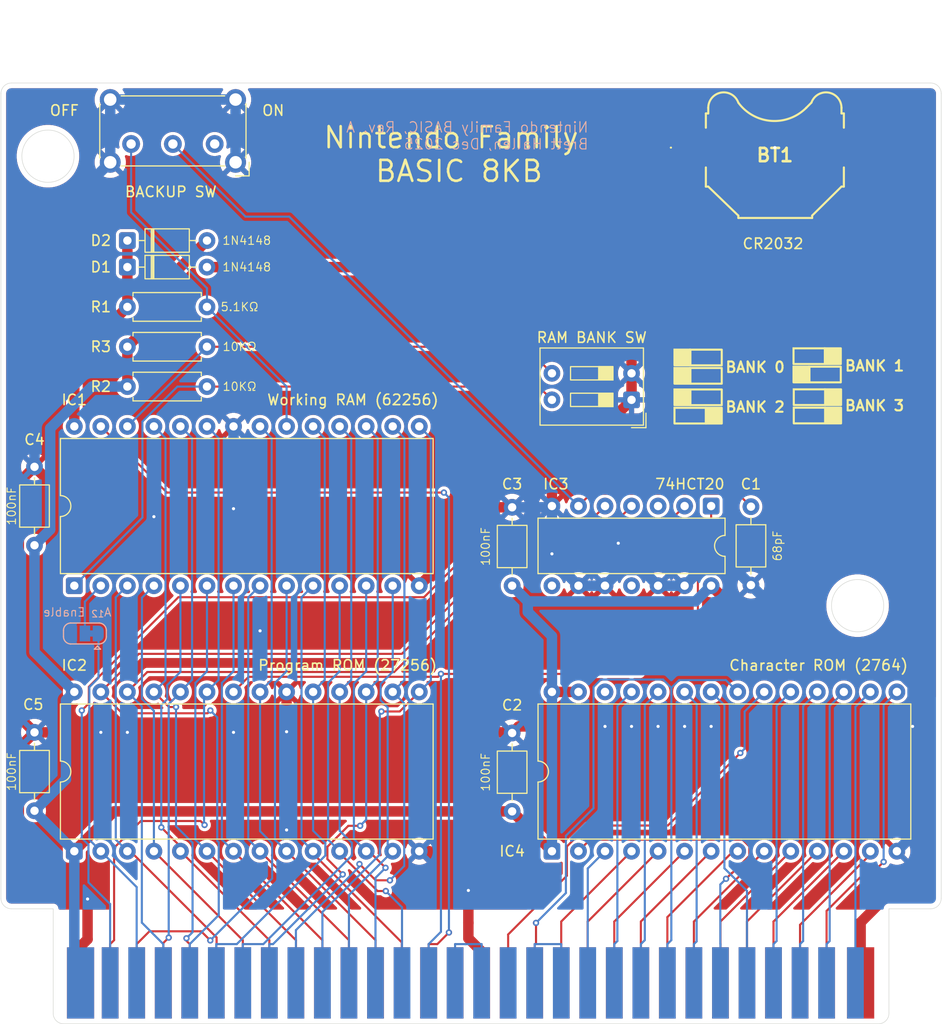
<source format=kicad_pcb>
(kicad_pcb (version 20241229) (generator "pcbnew") (generator_version "9.0")
  (title_block (title "Nintendo Famicom Family BASIC 8KB") (date "31/DEC/2025") (rev "A") (company "Brett Hallen"))
  (layers (0 "F.Cu" signal) (2 "B.Cu" signal) (13 "F.Paste" user) (15 "B.Paste" user) (5 "F.SilkS" user "F.Silkscreen") (7 "B.SilkS" user "B.Silkscreen") (1 "F.Mask" user) (3 "B.Mask" user) (25 "Edge.Cuts" user))
  (net 0 "")
  (net 1 "Net-(BT1-+)")
  (net 2 "/GND")
  (net 3 "/~{ROMSEL}")
  (net 4 "Net-(H1-cAUDIO)")
  (net 5 "Net-(H1-p~{A13})")
  (net 6 "Net-(SW1-B)")
  (net 7 "/V_{CC}")
  (net 8 "/PA_{4}")
  (net 9 "/PA_{12}")
  (net 10 "/D_{4}")
  (net 11 "/PA_{7}")
  (net 12 "/D_{5}")
  (net 13 "/A_{1}")
  (net 14 "/~{RD}")
  (net 15 "/A_{13}")
  (net 16 "/PA_{0}")
  (net 17 "/PA_{3}")
  (net 18 "/PD_{6}")
  (net 21 "/PD_{5}")
  (net 22 "/D_{1}")
  (net 23 "/D_{2}")
  (net 24 "/D_{7}")
  (net 25 "/PA_{10}")
  (net 26 "/PA_{1}")
  (net 27 "/A_{11}")
  (net 28 "/PD_{1}")
  (net 29 "/A_{3}")
  (net 30 "/A_{0}")
  (net 31 "/PA_{8}")
  (net 32 "/PA_{5}")
  (net 33 "/A_{2}")
  (net 34 "/PA_{9}")
  (net 35 "/A_{7}")
  (net 36 "/D_{0}")
  (net 37 "/D_{3}")
  (net 38 "/A_{14}")
  (net 39 "/PA_{13}")
  (net 40 "/PA_{2}")
  (net 41 "/A_{9}")
  (net 42 "/PD_{7}")
  (net 43 "/O2")
  (net 44 "/A_{5}")
  (net 45 "/PD_{3}")
  (net 46 "/A_{8}")
  (net 47 "/A_{4}")
  (net 48 "/A_{12}")
  (net 49 "/PD_{2}")
  (net 50 "/A_{6}")
  (net 51 "/PA_{6}")
  (net 52 "/PA_{11}")
  (net 53 "/PD_{4}")
  (net 54 "/D_{6}")
  (net 55 "/PD_{0}")
  (net 56 "/A_{10}")
  (net 57 "/RAMV_{CC}")
  (net 58 "/RAM_{~{CS}}")
  (net 59 "/A_{13}SW")
  (net 60 "/A_{12}EN")
  (net 61 "/R{slash}~{W}")
  (net 65 "/A_{14}SW")
  (footprint "Diode_THT:D_DO-35_SOD27_P7.62mm_Horizontal" (layer "F.Cu") (at 70.204 75.0722)
    (property "Reference" "D1")
    (property "Value" "1N4148")
  )
  (footprint "Button_Switch_THT:SW_DIP_SPSTx02_Slide_9.78x7.26mm_W7.62mm_P2.54mm" (layer "F.Cu") (at 118.464 87.7722 180)
    (property "Reference" "SW2" (hide yes))
    (property "Value" "RAM BANK SW")
  )
  (footprint "Clueless_Engineer:3000" (layer "F.Cu") (at 132.184 64.3642)
    (property "Reference" "BT1")
    (property "Value" "3V" (hide yes))
  )
  (footprint "Capacitor_THT:C_Axial_L3.8mm_D2.6mm_P7.50mm_Horizontal" (layer "F.Cu") (at 61.314 127.0822 90)
    (property "Reference" "C5")
    (property "Value" "100nF")
  )
  (footprint "Package_DIP:DIP-28_W15.24mm" (layer "F.Cu") (at 110.844 130.9522 90)
    (property "Reference" "IC4")
    (property "Value" "Character ROM (2764)")
  )
  (footprint "Button_Switch_THT:SW_E-Switch_EG1224_SPDT_Angled" (layer "F.Cu") (at 78.5615 63.2947 180)
    (property "Reference" "SW1" (hide yes))
    (property "Value" "BACKUP SW")
  )
  (footprint "Capacitor_THT:C_Axial_L3.8mm_D2.6mm_P7.50mm_Horizontal" (layer "F.Cu") (at 61.314 101.6822 90)
    (property "Reference" "C4")
    (property "Value" "100nF")
  )
  (footprint "Capacitor_THT:C_Axial_L3.8mm_D2.6mm_P7.50mm_Horizontal" (layer "F.Cu") (at 107.034 127.1422 90)
    (property "Reference" "C2")
    (property "Value" "100nF")
  )
  (footprint "Clueless_Engineer:Famicom_Cartridge_Edge_Connector_(long_legs)" (layer "F.Cu") (at 63.854 137.1622)
    (property "Reference" "H1" (hide yes))
    (property "Value" "Famicom Cartridge Edge" (hide yes))
  )
  (footprint "Package_DIP:DIP-28_W15.24mm" (layer "F.Cu") (at 65.124 130.9522 90)
    (property "Reference" "IC2")
    (property "Value" "Program ROM (27256)")
  )
  (footprint "Package_DIP:DIP-14_W7.62mm" (layer "F.Cu") (at 126.084 97.9322 -90)
    (property "Reference" "IC3")
    (property "Value" "74HCT20")
  )
  (footprint "Resistor_THT:R_Axial_DIN0207_L6.3mm_D2.5mm_P7.62mm_Horizontal" (layer "F.Cu") (at 77.824 82.6922 180)
    (property "Reference" "R3")
    (property "Value" "10KΩ")
  )
  (footprint "Package_DIP:DIP-28_W15.24mm" (layer "F.Cu") (at 65.124 105.5522 90)
    (property "Reference" "IC1")
    (property "Value" "Working RAM (62256)")
  )
  (footprint "Capacitor_THT:C_Axial_L3.8mm_D2.6mm_P7.50mm_Horizontal" (layer "F.Cu") (at 129.894 97.9922 -90)
    (property "Reference" "C1")
    (property "Value" "68pF")
  )
  (footprint "Resistor_THT:R_Axial_DIN0207_L6.3mm_D2.5mm_P7.62mm_Horizontal" (layer "F.Cu") (at 77.824 86.5022 180)
    (property "Reference" "R2")
    (property "Value" "10KΩ")
  )
  (footprint "Resistor_THT:R_Axial_DIN0207_L6.3mm_D2.5mm_P7.62mm_Horizontal" (layer "F.Cu") (at 70.204 78.8822)
    (property "Reference" "R1")
    (property "Value" "5.1KΩ")
  )
  (footprint "Diode_THT:D_DO-35_SOD27_P7.62mm_Horizontal" (layer "F.Cu") (at 70.204 72.5322)
    (property "Reference" "D2")
    (property "Value" "1N4148")
  )
  (footprint "Capacitor_THT:C_Axial_L3.8mm_D2.6mm_P7.50mm_Horizontal" (layer "F.Cu") (at 107.034 105.5522 90)
    (property "Reference" "C3")
    (property "Value" "100nF")
  )
  (footprint "Jumper:SolderJumper-3_P1.3mm_Bridged12_RoundedPad1.0x1.5mm" (layer "B.Cu") (at 66.14 110.1242 180)
    (property "Reference" "JP1" (hide yes))
    (property "Value" "A_{12} Enable")
  )
  (gr_rect (start 135.494 84.5972) (end 138.494 86.0972) (stroke (width 0.2)) (fill no) (layer "F.SilkS"))
  (gr_rect (start 122.576 84.7242) (end 124.076 86.2242) (stroke (width 0.2)) (fill yes) (layer "F.SilkS"))
  (gr_rect (start 137.018 88.5222) (end 138.518 90.0222) (stroke (width 0.2)) (fill yes) (layer "F.SilkS"))
  (gr_rect (start 125.6 88.5342) (end 127.1 90.0342) (stroke (width 0.2)) (fill yes) (layer "F.SilkS"))
  (gr_rect (start 124.1 84.7242) (end 127.1 86.2242) (stroke (width 0.2)) (fill no) (layer "F.SilkS"))
  (gr_rect (start 136.994 82.8432) (end 138.494 84.3432) (stroke (width 0.2)) (fill yes) (layer "F.SilkS"))
  (gr_rect (start 124.1 86.7802) (end 127.1 88.2802) (stroke (width 0.2)) (fill no) (layer "F.SilkS"))
  (gr_rect (start 122.576 86.7802) (end 124.076 88.2802) (stroke (width 0.2)) (fill yes) (layer "F.SilkS"))
  (gr_rect (start 133.994 86.7682) (end 136.994 88.2682) (stroke (width 0.2)) (fill no) (layer "F.SilkS"))
  (gr_rect (start 137.018 86.7682) (end 138.518 88.2682) (stroke (width 0.2)) (fill yes) (layer "F.SilkS"))
  (gr_rect (start 122.576 82.9702) (end 124.076 84.4702) (stroke (width 0.2)) (fill yes) (layer "F.SilkS"))
  (gr_rect (start 133.97 84.5972) (end 135.47 86.0972) (stroke (width 0.2)) (fill yes) (layer "F.SilkS"))
  (gr_rect (start 122.576 88.5342) (end 125.576 90.0342) (stroke (width 0.2)) (fill no) (layer "F.SilkS"))
  (gr_rect (start 124.1 82.9702) (end 127.1 84.4702) (stroke (width 0.2)) (fill no) (layer "F.SilkS"))
  (gr_rect (start 133.97 82.8432) (end 136.97 84.3432) (stroke (width 0.2)) (fill no) (layer "F.SilkS"))
  (gr_rect (start 133.994 88.5222) (end 136.994 90.0222) (stroke (width 0.2)) (fill no) (layer "F.SilkS"))
  (gr_line (start 142.104 147.4622) (end 64.104 147.4622) (stroke (width 0.05)) (layer "Edge.Cuts"))
  (gr_circle (center 62.604 64.4622) (end 65.104 64.4622) (stroke (width 0.05)) (fill no) (layer "Edge.Cuts"))
  (gr_line (start 147.104 136.4622) (end 143.104 136.4622) (stroke (width 0.05)) (layer "Edge.Cuts"))
  (gr_circle (center 140.104 107.4622) (end 142.604 107.4622) (stroke (width 0.05)) (fill no) (layer "Edge.Cuts"))
  (gr_line (start 143.104 136.4622) (end 143.104 146.4622) (stroke (width 0.05)) (layer "Edge.Cuts"))
  (gr_line (start 148.104 58.4622) (end 148.104 135.4622) (stroke (width 0.05)) (layer "Edge.Cuts"))
  (gr_line (start 63.104 146.4622) (end 63.104 136.4622) (stroke (width 0.05)) (layer "Edge.Cuts"))
  (gr_arc (start 59.104 136.4622) (mid 58.396893 136.169307) (end 58.104 135.4622) (stroke (width 0.05)) (layer "Edge.Cuts"))
  (gr_arc (start 64.104 147.4622) (mid 63.396893 147.169307) (end 63.104 146.4622) (stroke (width 0.05)) (layer "Edge.Cuts"))
  (gr_arc (start 148.104 135.4622) (mid 147.811107 136.169307) (end 147.104 136.4622) (stroke (width 0.05)) (layer "Edge.Cuts"))
  (gr_arc (start 147.104 57.4622) (mid 147.811107 57.755093) (end 148.104 58.4622) (stroke (width 0.05)) (layer "Edge.Cuts"))
  (gr_arc (start 143.104 146.4622) (mid 142.811107 147.169307) (end 142.104 147.4622) (stroke (width 0.05)) (layer "Edge.Cuts"))
  (gr_line (start 58.104 135.4622) (end 58.104 58.4622) (stroke (width 0.05)) (layer "Edge.Cuts"))
  (gr_line (start 63.104 136.4622) (end 59.104 136.4622) (stroke (width 0.05)) (layer "Edge.Cuts"))
  (gr_line (start 59.104 57.4622) (end 147.104 57.4622) (stroke (width 0.05)) (layer "Edge.Cuts"))
  (gr_arc (start 58.104 58.4622) (mid 58.396893 57.755093) (end 59.104 57.4622) (stroke (width 0.05)) (layer "Edge.Cuts"))
  (gr_text "Nintendo Family \nBASIC 8KB" (at 101.954 67.0712 0) (layer "F.SilkS") (effects (font (size 2 2) (thickness 0.25)) (justify bottom)))
  (gr_text "OFF" (at 62.692568 60.675853 0) (layer "F.SilkS") (effects (font (size 1 1)) (justify left bottom)))
  (gr_text "BANK 1" (at 138.784 85.1052 0) (layer "F.SilkS") (effects (font (size 1 1) (thickness 0.2) (bold yes)) (justify left bottom)))
  (gr_text "BANK 0" (at 127.354 85.2322 0) (layer "F.SilkS") (effects (font (size 1 1) (thickness 0.2) (bold yes)) (justify left bottom)))
  (gr_text "ON" (at 83.019334 60.675853 0) (layer "F.SilkS") (effects (font (size 1 1)) (justify left bottom)))
  (gr_text "BANK 3" (at 138.784 88.9152 0) (layer "F.SilkS") (effects (font (size 1 1) (thickness 0.2) (bold yes)) (justify left bottom)))
  (gr_text "BANK 2" (at 127.354 89.0422 0) (layer "F.SilkS") (effects (font (size 1 1) (thickness 0.2) (bold yes)) (justify left bottom)))
  (gr_text "CR2032" (at 129.005 73.4212 0) (layer "F.SilkS") (effects (font (size 1 1)) (justify left bottom)))
  (gr_text "Nintendo Family BASIC, Rev. A\nBrett Hallen, Dec 2025" (at 114.4 63.8962 0) (layer "B.SilkS") (effects (font (size 1 1) (thickness 0.1)) (justify left bottom mirror)))
  (segment (start 77.824 75.0722) (end 112.884 75.0722) (width 1) (layer "F.Cu") (net 1))
  (segment (start 135.736 59.3242) (end 140.054 63.6422) (width 1) (layer "F.Cu") (net 1))
  (segment (start 112.884 75.0722) (end 124.314 63.6422) (width 1) (layer "F.Cu") (net 1))
  (segment (start 128.632 59.3242) (end 135.736 59.3242) (width 1) (layer "F.Cu") (net 1))
  (segment (start 124.314 63.6422) (end 128.632 59.3242) (width 1) (layer "F.Cu") (net 1))
  (segment (start 104.114 140.5567) (end 104.114 143.5522) (width 1) (layer "F.Cu") (net 2))
  (segment (start 102.844 139.2867) (end 104.114 140.5567) (width 1) (layer "F.Cu") (net 2))
  (segment (start 66.394 135.5242) (end 66.394 139.3771) (width 1) (layer "F.Cu") (net 2))
  (segment (start 110.844 95.3922) (end 118.464 87.7722) (width 1) (layer "F.Cu") (net 2))
  (segment (start 70.204 119.5822) (end 80.364 119.5822) (width 1) (layer "F.Cu") (net 2))
  (segment (start 79.602 98.9482) (end 72.744 98.9482) (width 1) (layer "F.Cu") (net 2))
  (segment (start 65.724 140.0471) (end 65.724 143.5572) (width 1) (layer "F.Cu") (net 2))
  (segment (start 59.813 128.9432) (end 59.813 121.0832) (width 1) (layer "F.Cu") (net 2))
  (segment (start 67.664 119.5822) (end 70.204 119.5822) (width 1) (layer "F.Cu") (net 2))
  (segment (start 59.813 95.6832) (end 59.813 118.0812) (width 1) (layer "F.Cu") (net 2))
  (segment (start 102.844 137.8102) (end 102.844 134.7072) (width 1) (layer "F.Cu") (net 2))
  (segment (start 66.394 135.5242) (end 59.813 128.9432) (width 1) (layer "F.Cu") (net 2))
  (segment (start 85.444 119.5822) (end 106.974 119.5822) (width 1) (layer "F.Cu") (net 2))
  (segment (start 102.844 137.8102) (end 102.844 139.2867) (width 1) (layer "F.Cu") (net 2))
  (segment (start 107.662 119.0142) (end 115.924 119.0142) (width 1) (layer "F.Cu") (net 2))
  (segment (start 118.464 81.1682) (end 118.464 87.7722) (width 1) (layer "F.Cu") (net 2))
  (segment (start 66.394 139.3771) (end 65.724 140.0471) (width 1) (layer "F.Cu") (net 2))
  (segment (start 110.844 97.9322) (end 110.844 95.3922) (width 1) (layer "F.Cu") (net 2))
  (segment (start 66.08 98.9482) (end 61.314 94.1822) (width 1) (layer "F.Cu") (net 2))
  (segment (start 80.364 98.1862) (end 79.602 98.9482) (width 1) (layer "F.Cu") (net 2))
  (segment (start 118.464 119.0142) (end 121.004 119.0142) (width 1) (layer "F.Cu") (net 2))
  (segment (start 59.813 121.0832) (end 61.314 119.5822) (width 1) (layer "F.Cu") (net 2))
  (segment (start 132.184 63.6422) (end 132.184 67.4482) (width 1) (layer "F.Cu") (net 2))
  (segment (start 61.314 94.1822) (end 59.813 95.6832) (width 1) (layer "F.Cu") (net 2))
  (segment (start 121.004 119.0142) (end 123.544 119.0142) (width 1) (layer "F.Cu") (net 2))
  (segment (start 98.144 130.9522) (end 99.089 130.9522) (width 1) (layer "F.Cu") (net 2))
  (segment (start 85.444 115.7122) (end 85.444 119.5222) (width 1) (layer "F.Cu") (net 2))
  (segment (start 99.089 130.9522) (end 102.844 134.7072) (width 1) (layer "F.Cu") (net 2))
  (segment (start 61.314 119.5822) (end 67.664 119.5822) (width 1) (layer "F.Cu") (net 2))
  (segment (start 98.144 105.5522) (end 105.644 98.0522) (width 1) (layer "F.Cu") (net 2))
  (segment (start 132.184 67.4482) (end 118.464 81.1682) (width 1) (layer "F.Cu") (net 2))
  (segment (start 115.924 119.0142) (end 118.464 119.0142) (width 1) (layer "F.Cu") (net 2))
  (segment (start 85.444 119.5222) (end 85.444 119.5822) (width 1) (layer "F.Cu") (net 2))
  (segment (start 126.084 119.0142) (end 145.365 119.0142) (width 1) (layer "F.Cu") (net 2))
  (segment (start 80.364 119.5822) (end 85.444 119.5822) (width 1) (layer "F.Cu") (net 2))
  (segment (start 123.544 119.0142) (end 126.084 119.0142) (width 1) (layer "F.Cu") (net 2))
  (segment (start 107.034 119.6422) (end 107.662 119.0142) (width 1) (layer "F.Cu") (net 2))
  (segment (start 59.813 118.0812) (end 61.314 119.5822) (width 1) (layer "F.Cu") (net 2))
  (segment (start 106.974 119.5822) (end 107.034 119.6422) (width 1) (layer "F.Cu") (net 2))
  (segment (start 72.744 98.9482) (end 66.08 98.9482) (width 1) (layer "F.Cu") (net 2))
  (segment (start 105.644 98.0522) (end 107.034 98.0522) (width 1) (layer "F.Cu") (net 2))
  (via (at 66.394 135.5242) (size 0.6) (drill 0.3) (layers "F.Cu" "B.Cu") (net 2))
  (via (at 110.844 102.5042) (size 0.6) (drill 0.3) (layers "F.Cu" "B.Cu") (net 2))
  (via (at 126.084 119.0142) (size 0.6) (drill 0.3) (layers "F.Cu" "B.Cu") (net 2))
  (via (at 145.365 119.0142) (size 0.6) (drill 0.3) (layers "F.Cu" "B.Cu") (net 2))
  (via (at 85.444 128.9202) (size 0.6) (drill 0.3) (layers "F.Cu" "B.Cu") (net 2))
  (via (at 72.744 98.9482) (size 0.6) (drill 0.3) (layers "F.Cu" "B.Cu") (net 2))
  (via (at 80.364 98.1862) (size 0.6) (drill 0.3) (layers "F.Cu" "B.Cu") (net 2))
  (via (at 115.924 119.0142) (size 0.6) (drill 0.3) (layers "F.Cu" "B.Cu") (net 2))
  (via (at 132.184 63.6422) (size 0.6) (drill 0.3) (layers "F.Cu" "B.Cu") (net 2))
  (via (at 80.364 119.5822) (size 0.6) (drill 0.3) (layers "F.Cu" "B.Cu") (net 2))
  (via (at 117.194 101.4882) (size 0.6) (drill 0.3) (layers "F.Cu" "B.Cu") (net 2))
  (via (at 102.844 134.7072) (size 0.6) (drill 0.3) (layers "F.Cu" "B.Cu") (net 2))
  (via (at 70.204 119.5822) (size 0.6) (drill 0.3) (layers "F.Cu" "B.Cu") (net 2))
  (via (at 123.544 119.0142) (size 0.6) (drill 0.3) (layers "F.Cu" "B.Cu") (net 2))
  (via (at 85.444 119.5222) (size 0.6) (drill 0.3) (layers "F.Cu" "B.Cu") (net 2))
  (via (at 67.664 119.5822) (size 0.6) (drill 0.3) (layers "F.Cu" "B.Cu") (net 2))
  (via (at 82.904 109.8702) (size 0.6) (drill 0.3) (layers "F.Cu" "B.Cu") (net 2))
  (via (at 118.464 119.0142) (size 0.6) (drill 0.3) (layers "F.Cu" "B.Cu") (net 2))
  (via (at 121.004 119.0142) (size 0.6) (drill 0.3) (layers "F.Cu" "B.Cu") (net 2))
  (segment (start 145.365 119.0142) (end 145.365 129.4512) (width 1) (layer "B.Cu") (net 2))
  (segment (start 102.844 134.7072) (end 102.844 123.8322) (width 1) (layer "B.Cu") (net 2))
  (segment (start 121.004 105.5522) (end 123.544 105.5522) (width 1) (layer "B.Cu") (net 2))
  (segment (start 115.924 105.5522) (end 117.425 104.0512) (width 1) (layer "B.Cu") (net 2))
  (segment (start 107.034 98.0522) (end 110.724 98.0522) (width 1) (layer "B.Cu") (net 2))
  (segment (start 113.384 105.5522) (end 115.924 105.5522) (width 1) (layer "B.Cu") (net 2))
  (segment (start 136.431 112.0292) (end 142.303735 112.0292) (width 1) (layer "B.Cu") (net 2))
  (segment (start 102.844 123.8322) (end 107.034 119.6422) (width 1) (layer "B.Cu") (net 2))
  (segment (start 110.844 103.0122) (end 113.384 105.5522) (width 1) (layer "B.Cu") (net 2))
  (segment (start 117.425 104.0512) (end 119.503 104.0512) (width 1) (layer "B.Cu") (net 2))
  (segment (start 145.365 115.090465) (end 145.365 119.0142) (width 1) (layer "B.Cu") (net 2))
  (segment (start 110.844 97.9322) (end 110.844 102.5042) (width 1) (layer "B.Cu") (net 2))
  (segment (start 123.544 105.5522) (end 125.045 104.0512) (width 1) (layer "B.Cu") (net 2))
  (segment (start 110.844 102.5042) (end 110.844 103.0122) (width 1) (layer "B.Cu") (net 2))
  (segment (start 128.453 104.0512) (end 129.894 105.4922) (width 1) (layer "B.Cu") (net 2))
  (segment (start 145.365 129.4512) (end 143.864 130.9522) (width 1) (layer "B.Cu") (net 2))
  (segment (start 68.5615 59.0447) (end 68.5615 65.0447) (width 1) (layer "B.Cu") (net 2))
  (segment (start 61.314 72.2922) (end 61.314 94.1822) (width 1) (layer "B.Cu") (net 2))
  (segment (start 119.503 104.0512) (end 121.004 105.5522) (width 1) (layer "B.Cu") (net 2))
  (segment (start 125.045 104.0512) (end 128.453 104.0512) (width 1) (layer "B.Cu") (net 2))
  (segment (start 142.303735 112.0292) (end 145.365 115.090465) (width 1) (layer "B.Cu") (net 2))
  (segment (start 129.894 105.4922) (end 136.431 112.0292) (width 1) (layer "B.Cu") (net 2))
  (segment (start 68.5615 65.0447) (end 61.314 72.2922) (width 1) (layer "B.Cu") (net 2))
  (segment (start 80.5615 59.0447) (end 80.5615 65.0447) (width 1) (layer "B.Cu") (net 2))
  (segment (start 68.5615 59.0447) (end 80.5615 59.0447) (width 1) (layer "B.Cu") (net 2))
  (segment (start 80.364 98.1862) (end 80.364 90.3122) (width 1) (layer "B.Cu") (net 2))
  (segment (start 110.724 98.0522) (end 110.844 97.9322) (width 1) (layer "B.Cu") (net 2))
  (segment (start 126.084 103.2662) (end 124.814 104.5362) (width 0.2) (layer "F.Cu") (net 3))
  (segment (start 124.814 104.5362) (end 124.814 108.4766) (width 0.2) (layer "F.Cu") (net 3))
  (segment (start 126.084 97.9322) (end 126.084 103.2662) (width 0.2) (layer "F.Cu") (net 3))
  (segment (start 119.3029 113.9877) (end 100.2202 113.9877) (width 0.2) (layer "F.Cu") (net 3))
  (segment (start 99.9406 114.2673) (end 81.8089 114.2673) (width 0.2) (layer "F.Cu") (net 3))
  (segment (start 100.2202 113.9877) (end 99.9406 114.2673) (width 0.2) (layer "F.Cu") (net 3))
  (segment (start 124.814 108.4766) (end 119.3029 113.9877) (width 0.2) (layer "F.Cu") (net 3))
  (segment (start 81.8089 114.2673) (end 80.364 115.7122) (width 0.2) (layer "F.Cu") (net 3))
  (via (at 100.2202 113.9877) (size 0.6) (drill 0.3) (layers "F.Cu" "B.Cu") (net 3))
  (segment (start 100.2202 138.6643) (end 100.2202 113.9877) (width 0.2) (layer "B.Cu") (net 3))
  (segment (start 99.044 143.5522) (end 99.044 139.8405) (width 0.2) (layer "B.Cu") (net 3))
  (segment (start 99.044 139.8405) (end 100.2202 138.6643) (width 0.2) (layer "B.Cu") (net 3))
  (segment (start 102.547 139.8405) (end 102.5487 139.8422) (width 0.2) (layer "B.Cu") (net 4))
  (segment (start 104.114 139.8405) (end 104.114 143.5522) (width 0.2) (layer "B.Cu") (net 4))
  (segment (start 101.574 143.5522) (end 101.574 139.8405) (width 0.2) (layer "B.Cu") (net 4))
  (segment (start 103.1394 139.8422) (end 103.1411 139.8405) (width 0.2) (layer "B.Cu") (net 4))
  (segment (start 102.5487 139.8422) (end 103.1394 139.8422) (width 0.2) (layer "B.Cu") (net 4))
  (segment (start 103.1411 139.8405) (end 104.114 139.8405) (width 0.2) (layer "B.Cu") (net 4))
  (segment (start 101.574 139.8405) (end 102.547 139.8405) (width 0.2) (layer "B.Cu") (net 4))
  (segment (start 109.194 143.5522) (end 109.194 139.8405) (width 0.2) (layer "B.Cu") (net 5))
  (segment (start 111.734 139.8405) (end 111.734 143.5522) (width 0.2) (layer "B.Cu") (net 5))
  (segment (start 109.194 139.8405) (end 111.734 139.8405) (width 0.2) (layer "B.Cu") (net 5))
  (segment (start 114.5543 96.7619) (end 128.6637 96.7619) (width 0.2) (layer "F.Cu") (net 6))
  (segment (start 113.384 97.9322) (end 114.5543 96.7619) (width 0.2) (layer "F.Cu") (net 6))
  (segment (start 128.6637 96.7619) (end 129.894 97.9922) (width 0.2) (layer "F.Cu") (net 6))
  (segment (start 81.513 70.2462) (end 85.698 70.2462) (width 0.2) (layer "B.Cu") (net 6))
  (segment (start 85.698 70.2462) (end 113.384 97.9322) (width 0.2) (layer "B.Cu") (net 6))
  (segment (start 74.5615 63.2947) (end 81.513 70.2462) (width 0.2) (layer "B.Cu") (net 6))
  (segment (start 74.268 78.6282) (end 70.204 82.6922) (width 1) (layer "F.Cu") (net 7))
  (segment (start 113.384 115.7122) (end 110.844 115.7122) (width 1) (layer "F.Cu") (net 7))
  (segment (start 65.124 130.9522) (end 68.934 127.1422) (width 1) (layer "F.Cu") (net 7))
  (segment (start 140.394 143.5522) (end 140.394 137.756572) (width 1) (layer "F.Cu") (net 7))
  (segment (start 140.394 137.756572) (end 146.566 131.584572) (width 1) (layer "F.Cu") (net 7))
  (segment (start 132.561 112.0292) (end 126.084 105.5522) (width 1) (layer "F.Cu") (net 7))
  (segment (start 146.566 116.291465) (end 142.303735 112.0292) (width 1) (layer "F.Cu") (net 7))
  (segment (start 68.934 127.1422) (end 107.034 127.1422) (width 1) (layer "F.Cu") (net 7))
  (segment (start 70.204 82.6922) (end 70.204 86.5022) (width 1) (layer "F.Cu") (net 7))
  (segment (start 107.034 127.1422) (end 110.844 130.9522) (width 1) (layer "F.Cu") (net 7))
  (segment (start 77.824 72.5322) (end 74.268 76.0882) (width 1) (layer "F.Cu") (net 7))
  (segment (start 142.303735 112.0292) (end 132.561 112.0292) (width 1) (layer "F.Cu") (net 7))
  (segment (start 146.566 131.584572) (end 146.566 116.291465) (width 1) (layer "F.Cu") (net 7))
  (segment (start 74.268 76.0882) (end 74.268 78.6282) (width 1) (layer "F.Cu") (net 7))
  (segment (start 64.324001 124.072199) (end 61.314 127.0822) (width 1) (layer "B.Cu") (net 7))
  (segment (start 65.724 143.5572) (end 65.124 142.9572) (width 1) (layer "B.Cu") (net 7))
  (segment (start 61.314 111.9022) (end 65.124 115.7122) (width 1) (layer "B.Cu") (net 7))
  (segment (start 126.084 105.5522) (end 124.583 107.0532) (width 1) (layer "B.Cu") (net 7))
  (segment (start 108.535 107.0532) (end 107.034 105.5522) (width 1) (layer "B.Cu") (net 7))
  (segment (start 108.535 107.0532) (end 108.535 108.0692) (width 1) (layer "B.Cu") (net 7))
  (segment (start 64.324001 116.512199) (end 64.324001 124.072199) (width 1) (layer "B.Cu") (net 7))
  (segment (start 66.811265 86.5022) (end 62.815 90.498465) (width 1) (layer "B.Cu") (net 7))
  (segment (start 62.815 90.498465) (end 62.815 100.1812) (width 1) (layer "B.Cu") (net 7))
  (segment (start 61.314 101.6822) (end 61.314 111.9022) (width 1) (layer "B.Cu") (net 7))
  (segment (start 124.583 107.0532) (end 108.535 107.0532) (width 1) (layer "B.Cu") (net 7))
  (segment (start 61.314 127.0822) (end 61.314 127.1422) (width 1) (layer "B.Cu") (net 7))
  (segment (start 70.204 86.5022) (end 66.811265 86.5022) (width 1) (layer "B.Cu") (net 7))
  (segment (start 110.844 110.3782) (end 110.844 115.7122) (width 1) (layer "B.Cu") (net 7))
  (segment (start 108.535 108.0692) (end 110.844 110.3782) (width 1) (layer "B.Cu") (net 7))
  (segment (start 61.314 127.1422) (end 65.124 130.9522) (width 1) (layer "B.Cu") (net 7))
  (segment (start 62.815 100.1812) (end 61.314 101.6822) (width 1) (layer "B.Cu") (net 7))
  (segment (start 65.124 142.9572) (end 65.124 130.9522) (width 1) (layer "B.Cu") (net 7))
  (segment (start 110.844 130.9522) (end 110.844 115.7122) (width 1) (layer "B.Cu") (net 7))
  (segment (start 65.124 115.7122) (end 64.324001 116.512199) (width 1) (layer "B.Cu") (net 7))
  (segment (start 116.814 143.5522) (end 116.814 137.6822) (width 0.2) (layer "F.Cu") (net 8))
  (segment (start 116.814 137.6822) (end 123.544 130.9522) (width 0.2) (layer "F.Cu") (net 8))
  (segment (start 129.7378 131.3965) (end 129.7378 130.4992) (width 0.2) (layer "F.Cu") (net 9))
  (segment (start 129.0829 129.8443) (end 114.4919 129.8443) (width 0.2) (layer "F.Cu") (net 9))
  (segment (start 128.0917 133.0426) (end 129.7378 131.3965) (width 0.2) (layer "F.Cu") (net 9))
  (segment (start 127.510785 133.589415) (end 128.0576 133.0426) (width 0.2) (layer "F.Cu") (net 9))
  (segment (start 114.4919 129.8443) (end 113.384 130.9522) (width 0.2) (layer "F.Cu") (net 9))
  (segment (start 129.7378 130.4992) (end 129.0829 129.8443) (width 0.2) (layer "F.Cu") (net 9))
  (segment (start 128.0576 133.0426) (end 128.0917 133.0426) (width 0.2) (layer "F.Cu") (net 9))
  (via (at 127.510785 133.589415) (size 0.6) (drill 0.3) (layers "F.Cu" "B.Cu") (net 9))
  (segment (start 126.974 139.8405) (end 126.974 143.5522) (width 0.2) (layer "B.Cu") (net 9))
  (segment (start 126.9616 134.1386) (end 126.9616 139.8281) (width 0.2) (layer "B.Cu") (net 9))
  (segment (start 127.510785 133.589415) (end 126.9616 134.1386) (width 0.2) (layer "B.Cu") (net 9))
  (segment (start 126.9616 139.8281) (end 126.974 139.8405) (width 0.2) (layer "B.Cu") (net 9))
  (segment (start 92.4194 132.1816) (end 93.9756 133.7378) (width 0.2) (layer "F.Cu") (net 10))
  (segment (start 93.9756 133.7378) (end 95.3361 133.7378) (width 0.2) (layer "F.Cu") (net 10))
  (via (at 95.3361 133.7378) (size 0.6) (drill 0.3) (layers "F.Cu" "B.Cu") (net 10))
  (via (at 92.4194 132.1816) (size 0.6) (drill 0.3) (layers "F.Cu" "B.Cu") (net 10))
  (segment (start 86.334 138.5045) (end 92.4194 132.4191) (width 0.2) (layer "B.Cu") (net 10))
  (segment (start 95.604 90.3122) (end 96.7244 91.4326) (width 0.2) (layer "B.Cu") (net 10))
  (segment (start 95.3361 133.7378) (end 96.7057 132.3682) (width 0.2) (layer "B.Cu") (net 10))
  (segment (start 92.4194 132.4191) (end 92.4194 132.1816) (width 0.2) (layer "B.Cu") (net 10))
  (segment (start 96.7244 91.4326) (end 96.7244 114.5918) (width 0.2) (layer "B.Cu") (net 10))
  (segment (start 96.7057 116.8139) (end 95.604 115.7122) (width 0.2) (layer "B.Cu") (net 10))
  (segment (start 96.7057 132.3682) (end 96.7057 116.8139) (width 0.2) (layer "B.Cu") (net 10))
  (segment (start 96.7244 114.5918) (end 95.604 115.7122) (width 0.2) (layer "B.Cu") (net 10))
  (segment (start 86.334 143.5522) (end 86.334 138.5045) (width 0.2) (layer "B.Cu") (net 10))
  (segment (start 114.274 143.5522) (end 114.274 132.6022) (width 0.2) (layer "B.Cu") (net 11))
  (segment (start 114.274 132.6022) (end 115.924 130.9522) (width 0.2) (layer "B.Cu") (net 11))
  (segment (start 89.3517 130.524) (end 91.3549 128.5208) (width 0.2) (layer "F.Cu") (net 12))
  (segment (start 89.3517 131.7061) (end 89.3517 130.524) (width 0.2) (layer "F.Cu") (net 12))
  (segment (start 90.8166 133.171) (end 89.3517 131.7061) (width 0.2) (layer "F.Cu") (net 12))
  (segment (start 91.3549 128.5208) (end 92.4866 128.5208) (width 0.2) (layer "F.Cu") (net 12))
  (via (at 90.8166 133.171) (size 0.6) (drill 0.3) (layers "F.Cu" "B.Cu") (net 12))
  (via (at 92.4866 128.5208) (size 0.6) (drill 0.3) (layers "F.Cu" "B.Cu") (net 12))
  (segment (start 94.1681 114.6081) (end 93.064 115.7122) (width 0.2) (layer "B.Cu") (net 12))
  (segment (start 94.1681 91.4163) (end 94.1681 114.6081) (width 0.2) (layer "B.Cu") (net 12))
  (segment (start 83.794 139.8405) (end 84.1471 139.8405) (width 0.2) (layer "B.Cu") (net 12))
  (segment (start 93.064 127.9434) (end 93.064 115.7122) (width 0.2) (layer "B.Cu") (net 12))
  (segment (start 93.064 90.3122) (end 94.1681 91.4163) (width 0.2) (layer "B.Cu") (net 12))
  (segment (start 83.794 143.5522) (end 83.794 139.8405) (width 0.2) (layer "B.Cu") (net 12))
  (segment (start 84.1471 139.8405) (end 90.8166 133.171) (width 0.2) (layer "B.Cu") (net 12))
  (segment (start 92.4866 128.5208) (end 93.064 127.9434) (width 0.2) (layer "B.Cu") (net 12))
  (segment (start 93.954 139.4622) (end 85.444 130.9522) (width 0.2) (layer "F.Cu") (net 13))
  (segment (start 93.954 143.5522) (end 93.954 139.4622) (width 0.2) (layer "F.Cu") (net 13))
  (segment (start 84.3327 114.8494) (end 84.3327 129.8409) (width 0.2) (layer "B.Cu") (net 13))
  (segment (start 85.444 105.5522) (end 85.444 113.7381) (width 0.2) (layer "B.Cu") (net 13))
  (segment (start 85.444 113.7381) (end 84.3327 114.8494) (width 0.2) (layer "B.Cu") (net 13))
  (segment (start 84.3327 129.8409) (end 85.444 130.9522) (width 0.2) (layer "B.Cu") (net 13))
  (segment (start 128.878 121.5542) (end 121.9379 128.4943) (width 0.2) (layer "F.Cu") (net 14))
  (segment (start 112.2758 130.4976) (end 112.2758 133.2972) (width 0.2) (layer "F.Cu") (net 14))
  (segment (start 121.9379 128.4943) (end 114.2791 128.4943) (width 0.2) (layer "F.Cu") (net 14))
  (segment (start 114.2791 128.4943) (end 112.2758 130.4976) (width 0.2) (layer "F.Cu") (net 14))
  (segment (start 106.654 138.919) (end 106.654 143.5522) (width 0.2) (layer "F.Cu") (net 14))
  (segment (start 112.2758 133.2972) (end 106.654 138.919) (width 0.2) (layer "F.Cu") (net 14))
  (via (at 128.878 121.5542) (size 0.6) (drill 0.3) (layers "F.Cu" "B.Cu") (net 14))
  (segment (start 128.878 121.5542) (end 129.2906 121.1416) (width 0.2) (layer "B.Cu") (net 14))
  (segment (start 129.2906 121.1416) (end 129.2906 117.5856) (width 0.2) (layer "B.Cu") (net 14))
  (segment (start 129.2906 117.5856) (end 131.164 115.7122) (width 0.2) (layer "B.Cu") (net 14))
  (segment (start 123.544 97.9322) (end 117.6335 103.8427) (width 0.2) (layer "F.Cu") (net 15))
  (segment (start 105.7092 103.8427) (end 95.7462 113.8057) (width 0.2) (layer "F.Cu") (net 15))
  (segment (start 72.1105 113.8057) (end 70.204 115.7122) (width 0.2) (layer "F.Cu") (net 15))
  (segment (start 95.7462 113.8057) (end 72.1105 113.8057) (width 0.2) (layer "F.Cu") (net 15))
  (segment (start 117.6335 103.8427) (end 105.7092 103.8427) (width 0.2) (layer "F.Cu") (net 15))
  (segment (start 71.5882 117.0964) (end 71.5882 137.7847) (width 0.2) (layer "B.Cu") (net 15))
  (segment (start 73.644 143.5522) (end 73.644 139.8405) (width 0.2) (layer "B.Cu") (net 15))
  (segment (start 70.204 115.7122) (end 71.5882 117.0964) (width 0.2) (layer "B.Cu") (net 15))
  (segment (start 71.5882 137.7847) (end 73.644 139.8405) (width 0.2) (layer "B.Cu") (net 15))
  (segment (start 126.974 143.5522) (end 126.974 137.6822) (width 0.2) (layer "F.Cu") (net 16))
  (segment (start 126.974 137.6822) (end 133.704 130.9522) (width 0.2) (layer "F.Cu") (net 16))
  (segment (start 119.354 143.5522) (end 119.354 137.6822) (width 0.2) (layer "F.Cu") (net 17))
  (segment (start 119.354 137.6822) (end 126.084 130.9522) (width 0.2) (layer "F.Cu") (net 17))
  (segment (start 134.889 139.5455) (end 134.889 117.0672) (width 0.2) (layer "B.Cu") (net 18))
  (segment (start 134.594 139.8405) (end 134.889 139.5455) (width 0.2) (layer "B.Cu") (net 18))
  (segment (start 134.889 117.0672) (end 136.244 115.7122) (width 0.2) (layer "B.Cu") (net 18))
  (segment (start 134.594 143.5522) (end 134.594 139.8405) (width 0.2) (layer "B.Cu") (net 18))
  (segment (start 137.134 143.5522) (end 137.134 139.8405) (width 0.2) (layer "B.Cu") (net 21))
  (segment (start 137.134 139.8405) (end 137.429 139.5455) (width 0.2) (layer "B.Cu") (net 21))
  (segment (start 137.429 117.0672) (end 138.784 115.7122) (width 0.2) (layer "B.Cu") (net 21))
  (segment (start 137.429 139.5455) (end 137.429 117.0672) (width 0.2) (layer "B.Cu") (net 21))
  (segment (start 93.3281 130.9522) (end 94.9148 132.5389) (width 0.2) (layer "F.Cu") (net 22))
  (segment (start 93.064 130.9522) (end 93.3281 130.9522) (width 0.2) (layer "F.Cu") (net 22))
  (via (at 94.9148 132.5389) (size 0.6) (drill 0.3) (layers "F.Cu" "B.Cu") (net 22))
  (segment (start 91.8849 114.9172) (end 91.8849 129.7731) (width 0.2) (layer "B.Cu") (net 22))
  (segment (start 93.954 133.4997) (end 94.9148 132.5389) (width 0.2) (layer "B.Cu") (net 22))
  (segment (start 91.8849 129.7731) (end 93.064 130.9522) (width 0.2) (layer "B.Cu") (net 22))
  (segment (start 93.064 105.5522) (end 93.064 113.7381) (width 0.2) (layer "B.Cu") (net 22))
  (segment (start 93.064 113.7381) (end 91.8849 114.9172) (width 0.2) (layer "B.Cu") (net 22))
  (segment (start 93.954 143.5522) (end 93.954 133.4997) (width 0.2) (layer "B.Cu") (net 22))
  (segment (start 95.1204 131.4358) (end 91.414 135.1422) (width 0.2) (layer "B.Cu") (net 23))
  (segment (start 95.1204 130.9522) (end 95.1204 117.1938) (width 0.2) (layer "B.Cu") (net 23))
  (segment (start 91.414 135.1422) (end 91.414 143.5522) (width 0.2) (layer "B.Cu") (net 23))
  (segment (start 94.4466 116.52) (end 94.4466 114.9499) (width 0.2) (layer "B.Cu") (net 23))
  (segment (start 95.1204 117.1938) (end 94.4466 116.52) (width 0.2) (layer "B.Cu") (net 23))
  (segment (start 94.4466 114.9499) (end 95.604 113.7925) (width 0.2) (layer "B.Cu") (net 23))
  (segment (start 95.604 113.7925) (end 95.604 105.5522) (width 0.2) (layer "B.Cu") (net 23))
  (segment (start 95.604 130.9522) (end 95.1204 130.9522) (width 0.2) (layer "B.Cu") (net 23))
  (segment (start 95.1204 130.9522) (end 95.1204 131.4358) (width 0.2) (layer "B.Cu") (net 23))
  (segment (start 80.6792 139.8405) (end 78.714 139.8405) (width 0.2) (layer "B.Cu") (net 24))
  (segment (start 89.0952 91.4234) (end 89.0952 114.5624) (width 0.2) (layer "B.Cu") (net 24))
  (segment (start 87.984 90.3122) (end 89.0952 91.4234) (width 0.2) (layer "B.Cu") (net 24))
  (segment (start 87.984 115.6736) (end 87.984 115.7122) (width 0.2) (layer "B.Cu") (net 24))
  (segment (start 78.714 143.5522) (end 78.714 139.8405) (width 0.2) (layer "B.Cu") (net 24))
  (segment (start 87.984 115.7122) (end 87.984 128.987) (width 0.2) (layer "B.Cu") (net 24))
  (segment (start 89.1542 130.1572) (end 89.1542 131.3655) (width 0.2) (layer "B.Cu") (net 24))
  (segment (start 89.1542 131.3655) (end 80.6792 139.8405) (width 0.2) (layer "B.Cu") (net 24))
  (segment (start 89.0952 114.5624) (end 87.984 115.6736) (width 0.2) (layer "B.Cu") (net 24))
  (segment (start 87.984 128.987) (end 89.1542 130.1572) (width 0.2) (layer "B.Cu") (net 24))
  (segment (start 109.194 139.8405) (end 109.194 143.5522) (width 0.2) (layer "F.Cu") (net 25))
  (segment (start 109.2825 139.8405) (end 109.194 139.8405) (width 0.2) (layer "F.Cu") (net 25))
  (segment (start 109.32 139.803) (end 109.2825 139.8405) (width 0.2) (layer "F.Cu") (net 25))
  (segment (start 109.32 137.8102) (end 109.32 139.803) (width 0.2) (layer "F.Cu") (net 25))
  (via (at 109.32 137.8102) (size 0.6) (drill 0.3) (layers "F.Cu" "B.Cu") (net 25))
  (segment (start 128.624 115.7122) (end 127.4946 114.5828) (width 0.2) (layer "B.Cu") (net 25))
  (segment (start 121.894 143.5522) (end 121.894 139.8405) (width 0.2) (layer "B.Cu") (net 25))
  (segment (start 123.0105 114.5828) (end 122.274 115.3193) (width 0.2) (layer "B.Cu") (net 25))
  (segment (start 112.178 134.9522) (end 112.178 129.4768) (width 0.2) (layer "B.Cu") (net 25))
  (segment (start 122.274 139.4605) (end 121.894 139.8405) (width 0.2) (layer "B.Cu") (net 25))
  (segment (start 112.178 129.4768) (end 114.8223 126.8325) (width 0.2) (layer "B.Cu") (net 25))
  (segment (start 127.4946 114.5828) (end 123.0105 114.5828) (width 0.2) (layer "B.Cu") (net 25))
  (segment (start 122.274 115.3193) (end 122.274 139.4605) (width 0.2) (layer "B.Cu") (net 25))
  (segment (start 109.32 137.8102) (end 112.178 134.9522) (width 0.2) (layer "B.Cu") (net 25))
  (segment (start 115.5293 114.5276) (end 121.4823 114.5276) (width 0.2) (layer "B.Cu") (net 25))
  (segment (start 121.4823 114.5276) (end 122.274 115.3193) (width 0.2) (layer "B.Cu") (net 25))
  (segment (start 114.8223 115.2346) (end 115.5293 114.5276) (width 0.2) (layer "B.Cu") (net 25))
  (segment (start 114.8223 126.8325) (end 114.8223 115.2346) (width 0.2) (layer "B.Cu") (net 25))
  (segment (start 124.434 143.5522) (end 124.434 137.6822) (width 0.2) (layer "F.Cu") (net 26))
  (segment (start 124.434 137.6822) (end 131.164 130.9522) (width 0.2) (layer "F.Cu") (net 26))
  (segment (start 68.934 139.4605) (end 68.934 130.625) (width 0.2) (layer "F.Cu") (net 27))
  (segment (start 68.554 139.8405) (end 68.934 139.4605) (width 0.2) (layer "F.Cu") (net 27))
  (segment (start 68.554 143.5522) (end 68.554 139.8405) (width 0.2) (layer "F.Cu") (net 27))
  (segment (start 71.4947 128.0643) (end 77.2153 128.0643) (width 0.2) (layer "F.Cu") (net 27))
  (segment (start 77.2153 128.0643) (end 77.5923 128.4413) (width 0.2) (layer "F.Cu") (net 27))
  (segment (start 68.934 130.625) (end 71.4947 128.0643) (width 0.2) (layer "F.Cu") (net 27))
  (via (at 77.5923 128.4413) (size 0.6) (drill 0.3) (layers "F.Cu" "B.Cu") (net 27))
  (segment (start 77.5463 128.3953) (end 77.5923 128.4413) (width 0.2) (layer "B.Cu") (net 27))
  (segment (start 78.9352 91.4234) (end 78.9352 114.5624) (width 0.2) (layer "B.Cu") (net 27))
  (segment (start 77.5463 115.9899) (end 77.5463 128.3953) (width 0.2) (layer "B.Cu") (net 27))
  (segment (start 77.824 90.3122) (end 78.9352 91.4234) (width 0.2) (layer "B.Cu") (net 27))
  (segment (start 77.824 115.7122) (end 77.5463 115.9899) (width 0.2) (layer "B.Cu") (net 27))
  (segment (start 77.824 115.6736) (end 77.824 115.7122) (width 0.2) (layer "B.Cu") (net 27))
  (segment (start 78.9352 114.5624) (end 77.824 115.6736) (width 0.2) (layer "B.Cu") (net 27))
  (segment (start 132.054 143.5522) (end 132.054 137.6822) (width 0.2) (layer "F.Cu") (net 28))
  (segment (start 132.054 137.6822) (end 138.784 130.9522) (width 0.2) (layer "F.Cu") (net 28))
  (segment (start 88.874 143.5522) (end 88.874 139.4622) (width 0.2) (layer "F.Cu") (net 29))
  (segment (start 88.874 139.4622) (end 80.364 130.9522) (width 0.2) (layer "F.Cu") (net 29))
  (segment (start 79.2527 129.8409) (end 80.364 130.9522) (width 0.2) (layer "B.Cu") (net 29))
  (segment (start 79.2527 114.8494) (end 79.2527 129.8409) (width 0.2) (layer "B.Cu") (net 29))
  (segment (start 80.364 113.7381) (end 79.2527 114.8494) (width 0.2) (layer "B.Cu") (net 29))
  (segment (start 80.364 105.5522) (end 80.364 113.7381) (width 0.2) (layer "B.Cu") (net 29))
  (segment (start 96.474 139.6792) (end 96.474 143.5522) (width 0.2) (layer "F.Cu") (net 30))
  (segment (start 87.984 131.1892) (end 96.474 139.6792) (width 0.2) (layer "F.Cu") (net 30))
  (segment (start 87.984 130.9522) (end 87.984 131.1892) (width 0.2) (layer "F.Cu") (net 30))
  (segment (start 87.984 105.5522) (end 86.8727 106.6635) (width 0.2) (layer "B.Cu") (net 30))
  (segment (start 86.8727 106.6635) (end 86.8727 129.8409) (width 0.2) (layer "B.Cu") (net 30))
  (segment (start 86.8727 129.8409) (end 87.984 130.9522) (width 0.2) (layer "B.Cu") (net 30))
  (segment (start 117.109 117.0672) (end 118.464 115.7122) (width 0.2) (layer "B.Cu") (net 31))
  (segment (start 116.814 139.8405) (end 117.109 139.5455) (width 0.2) (layer "B.Cu") (net 31))
  (segment (start 117.109 139.5455) (end 117.109 117.0672) (width 0.2) (layer "B.Cu") (net 31))
  (segment (start 116.814 143.5522) (end 116.814 139.8405) (width 0.2) (layer "B.Cu") (net 31))
  (segment (start 114.264 143.5522) (end 114.264 137.6922) (width 0.2) (layer "F.Cu") (net 32))
  (segment (start 114.264 137.6922) (end 121.004 130.9522) (width 0.2) (layer "F.Cu") (net 32))
  (segment (start 91.414 143.5522) (end 91.414 139.4622) (width 0.2) (layer "F.Cu") (net 33))
  (segment (start 91.414 139.4622) (end 82.904 130.9522) (width 0.2) (layer "F.Cu") (net 33))
  (segment (start 81.7756 129.8238) (end 82.904 130.9522) (width 0.2) (layer "B.Cu") (net 33))
  (segment (start 81.7756 106.6806) (end 81.7756 129.8238) (width 0.2) (layer "B.Cu") (net 33))
  (segment (start 82.904 105.5522) (end 81.7756 106.6806) (width 0.2) (layer "B.Cu") (net 33))
  (segment (start 119.734 116.9822) (end 121.004 115.7122) (width 0.2) (layer "B.Cu") (net 34))
  (segment (start 119.354 139.8405) (end 119.734 139.4605) (width 0.2) (layer "B.Cu") (net 34))
  (segment (start 119.734 139.4605) (end 119.734 116.9822) (width 0.2) (layer "B.Cu") (net 34))
  (segment (start 119.354 143.5522) (end 119.354 139.8405) (width 0.2) (layer "B.Cu") (net 34))
  (segment (start 70.4896 130.9522) (end 70.204 130.9522) (width 0.2) (layer "F.Cu") (net 35))
  (segment (start 78.714 139.8405) (end 78.7447 139.8098) (width 0.2) (layer "F.Cu") (net 35))
  (segment (start 78.714 143.5522) (end 78.714 139.8405) (width 0.2) (layer "F.Cu") (net 35))
  (segment (start 78.7447 139.2073) (end 70.4896 130.9522) (width 0.2) (layer "F.Cu") (net 35))
  (segment (start 78.7447 139.8098) (end 78.7447 139.2073) (width 0.2) (layer "F.Cu") (net 35))
  (segment (start 69.0927 129.8409) (end 70.204 130.9522) (width 0.2) (layer "B.Cu") (net 35))
  (segment (start 70.204 105.5522) (end 69.0927 106.6635) (width 0.2) (layer "B.Cu") (net 35))
  (segment (start 69.0927 106.6635) (end 69.0927 129.8409) (width 0.2) (layer "B.Cu") (net 35))
  (segment (start 94.1492 134.7622) (end 94.9421 134.7622) (width 0.2) (layer "F.Cu") (net 36))
  (segment (start 90.524 131.137) (end 94.1492 134.7622) (width 0.2) (layer "F.Cu") (net 36))
  (segment (start 90.524 130.9522) (end 90.524 131.137) (width 0.2) (layer "F.Cu") (net 36))
  (via (at 94.9421 134.7622) (size 0.6) (drill 0.3) (layers "F.Cu" "B.Cu") (net 36))
  (segment (start 90.524 113.7381) (end 89.4127 114.8494) (width 0.2) (layer "B.Cu") (net 36))
  (segment (start 94.9421 134.7622) (end 96.494 136.3141) (width 0.2) (layer "B.Cu") (net 36))
  (segment (start 96.494 136.3141) (end 96.494 143.5522) (width 0.2) (layer "B.Cu") (net 36))
  (segment (start 89.4127 129.8409) (end 90.524 130.9522) (width 0.2) (layer "B.Cu") (net 36))
  (segment (start 90.524 105.5522) (end 90.524 113.7381) (width 0.2) (layer "B.Cu") (net 36))
  (segment (start 89.4127 114.8494) (end 89.4127 129.8409) (width 0.2) (layer "B.Cu") (net 36))
  (segment (start 94.5187 117.5836) (end 96.2726 117.5836) (width 0.2) (layer "F.Cu") (net 37))
  (segment (start 96.2726 117.5836) (end 98.144 115.7122) (width 0.2) (layer "F.Cu") (net 37))
  (via (at 94.5187 117.5836) (size 0.6) (drill 0.3) (layers "F.Cu" "B.Cu") (net 37))
  (segment (start 88.874 143.5522) (end 88.874 136.7656) (width 0.2) (layer "B.Cu") (net 37))
  (segment (start 99.2553 91.4235) (end 98.144 90.3122) (width 0.2) (layer "B.Cu") (net 37))
  (segment (start 99.2553 114.6009) (end 99.2553 91.4235) (width 0.2) (layer "B.Cu") (net 37))
  (segment (start 94.3683 117.734) (end 94.5187 117.5836) (width 0.2) (layer "B.Cu") (net 37))
  (segment (start 88.874 136.7656) (end 94.3683 131.2713) (width 0.2) (layer "B.Cu") (net 37))
  (segment (start 98.144 115.7122) (end 99.2553 114.6009) (width 0.2) (layer "B.Cu") (net 37))
  (segment (start 94.3683 131.2713) (end 94.3683 117.734) (width 0.2) (layer "B.Cu") (net 37))
  (segment (start 71.3042 112.072) (end 67.664 115.7122) (width 0.2) (layer "F.Cu") (net 38))
  (segment (start 113.0056 103.3906) (end 105.1621 103.3906) (width 0.2) (layer "F.Cu") (net 38))
  (segment (start 105.1621 103.3906) (end 96.4807 112.072) (width 0.2) (layer "F.Cu") (net 38))
  (segment (start 77.8792 117.7574) (end 78.148 117.4886) (width 0.2) (layer "F.Cu") (net 38))
  (segment (start 118.464 97.9322) (end 113.0056 103.3906) (width 0.2) (layer "F.Cu") (net 38))
  (segment (start 67.664 115.7122) (end 69.7092 117.7574) (width 0.2) (layer "F.Cu") (net 38))
  (segment (start 69.7092 117.7574) (end 77.8792 117.7574) (width 0.2) (layer "F.Cu") (net 38))
  (segment (start 96.4807 112.072) (end 71.3042 112.072) (width 0.2) (layer "F.Cu") (net 38))
  (via (at 78.148 117.4886) (size 0.6) (drill 0.3) (layers "F.Cu" "B.Cu") (net 38))
  (segment (start 78.8061 118.1467) (end 78.8061 129.9691) (width 0.2) (layer "B.Cu") (net 38))
  (segment (start 78.95 130.113) (end 78.95 137.0645) (width 0.2) (layer "B.Cu") (net 38))
  (segment (start 78.148 117.4886) (end 78.8061 118.1467) (width 0.2) (layer "B.Cu") (net 38))
  (segment (start 78.95 137.0645) (end 76.174 139.8405) (width 0.2) (layer "B.Cu") (net 38))
  (segment (start 76.174 143.5522) (end 76.174 139.8405) (width 0.2) (layer "B.Cu") (net 38))
  (segment (start 78.8061 129.9691) (end 78.95 130.113) (width 0.2) (layer "B.Cu") (net 38))
  (segment (start 127.354 116.9822) (end 126.084 115.7122) (width 0.2) (layer "B.Cu") (net 39))
  (segment (start 127.354 132.5841) (end 127.354 116.9822) (width 0.2) (layer "B.Cu") (net 39))
  (segment (start 129.514 134.7441) (end 127.354 132.5841) (width 0.2) (layer "B.Cu") (net 39))
  (segment (start 129.514 143.5522) (end 129.514 134.7441) (width 0.2) (layer "B.Cu") (net 39))
  (segment (start 128.624 130.9522) (end 128.2012 130.9522) (width 0.2) (layer "F.Cu") (net 40))
  (segment (start 121.894 137.2594) (end 121.894 143.5522) (width 0.2) (layer "F.Cu") (net 40))
  (segment (start 128.2012 130.9522) (end 121.894 137.2594) (width 0.2) (layer "F.Cu") (net 40))
  (segment (start 73.644 139.7336) (end 74.16 139.2176) (width 0.2) (layer "F.Cu") (net 41))
  (segment (start 73.644 143.5522) (end 73.644 139.7336) (width 0.2) (layer "F.Cu") (net 41))
  (via (at 74.16 139.2176) (size 0.6) (drill 0.3) (layers "F.Cu" "B.Cu") (net 41))
  (segment (start 76.3952 114.5624) (end 75.284 115.6736) (width 0.2) (layer "B.Cu") (net 41))
  (segment (start 75.284 90.3122) (end 76.3952 91.4234) (width 0.2) (layer "B.Cu") (net 41))
  (segment (start 75.284 115.7122) (end 75.284 115.7604) (width 0.2) (layer "B.Cu") (net 41))
  (segment (start 75.284 115.6736) (end 75.284 115.7122) (width 0.2) (layer "B.Cu") (net 41))
  (segment (start 76.3952 91.4234) (end 76.3952 114.5624) (width 0.2) (layer "B.Cu") (net 41))
  (segment (start 75.284 115.7604) (end 74.16 116.8844) (width 0.2) (layer "B.Cu") (net 41))
  (segment (start 74.16 116.8844) (end 74.16 139.2176) (width 0.2) (layer "B.Cu") (net 41))
  (segment (start 132.054 143.5522) (end 132.054 139.8405) (width 0.2) (layer "B.Cu") (net 42))
  (segment (start 132.349 117.0672) (end 133.704 115.7122) (width 0.2) (layer "B.Cu") (net 42))
  (segment (start 132.054 139.8405) (end 132.349 139.5455) (width 0.2) (layer "B.Cu") (net 42))
  (segment (start 132.349 139.5455) (end 132.349 117.0672) (width 0.2) (layer "B.Cu") (net 42))
  (segment (start 66.5146 116.8124) (end 65.8384 117.4886) (width 0.2) (layer "F.Cu") (net 43))
  (segment (start 103.3691 101.8852) (end 98.6004 106.6539) (width 0.2) (layer "F.Cu") (net 43))
  (segment (start 115.924 97.9322) (end 111.971 101.8852) (width 0.2) (layer "F.Cu") (net 43))
  (segment (start 111.971 101.8852) (end 103.3691 101.8852) (width 0.2) (layer "F.Cu") (net 43))
  (segment (start 66.5146 115.2266) (end 66.5146 116.8124) (width 0.2) (layer "F.Cu") (net 43))
  (segment (start 98.6004 106.6539) (end 75.0873 106.6539) (width 0.2) (layer "F.Cu") (net 43))
  (segment (start 75.0873 106.6539) (end 66.5146 115.2266) (width 0.2) (layer "F.Cu") (net 43))
  (via (at 65.8384 117.4886) (size 0.6) (drill 0.3) (layers "F.Cu" "B.Cu") (net 43))
  (segment (start 66.4786 133.9357) (end 66.4786 130.3327) (width 0.2) (layer "B.Cu") (net 43))
  (segment (start 68.554 143.5522) (end 68.554 136.0111) (width 0.2) (layer "B.Cu") (net 43))
  (segment (start 68.554 136.0111) (end 66.4786 133.9357) (width 0.2) (layer "B.Cu") (net 43))
  (segment (start 66.4786 130.3327) (end 65.8384 129.6925) (width 0.2) (layer "B.Cu") (net 43))
  (segment (start 65.8384 129.6925) (end 65.8384 117.4886) (width 0.2) (layer "B.Cu") (net 43))
  (segment (start 83.794 143.5522) (end 83.794 139.4622) (width 0.2) (layer "F.Cu") (net 44))
  (segment (start 83.794 139.4622) (end 75.284 130.9522) (width 0.2) (layer "F.Cu") (net 44))
  (segment (start 75.284 130.505) (end 73.452 128.673) (width 0.2) (layer "F.Cu") (net 44))
  (segment (start 75.284 130.9522) (end 75.284 130.505) (width 0.2) (layer "F.Cu") (net 44))
  (via (at 73.452 128.673) (size 0.6) (drill 0.3) (layers "F.Cu" "B.Cu") (net 44))
  (segment (start 74.014 115.0652) (end 75.284 113.7952) (width 0.2) (layer "B.Cu") (net 44))
  (segment (start 74.014 116.4163) (end 74.014 115.0652) (width 0.2) (layer "B.Cu") (net 44))
  (segment (start 73.452 116.9783) (end 74.014 116.4163) (width 0.2) (layer "B.Cu") (net 44))
  (segment (start 73.452 128.673) (end 73.452 116.9783) (width 0.2) (layer "B.Cu") (net 44))
  (segment (start 75.284 113.7952) (end 75.284 105.5522) (width 0.2) (layer "B.Cu") (net 44))
  (segment (start 137.134 136.6662) (end 137.134 143.5522) (width 0.2) (layer "F.Cu") (net 45))
  (segment (start 141.1084 132.6918) (end 137.134 136.6662) (width 0.2) (layer "F.Cu") (net 45))
  (segment (start 142.594 131.9682) (end 141.8704 132.6918) (width 0.2) (layer "F.Cu") (net 45))
  (segment (start 141.8704 132.6918) (end 141.1084 132.6918) (width 0.2) (layer "F.Cu") (net 45))
  (via (at 142.594 131.9682) (size 0.6) (drill 0.3) (layers "F.Cu" "B.Cu") (net 45))
  (segment (start 142.594 131.9682) (end 142.594 116.9822) (width 0.2) (layer "B.Cu") (net 45))
  (segment (start 142.594 116.9822) (end 143.864 115.7122) (width 0.2) (layer "B.Cu") (net 45))
  (segment (start 72.744 115.7122) (end 74.1874 117.1556) (width 0.2) (layer "F.Cu") (net 46))
  (segment (start 74.1874 117.1556) (end 74.8611 117.1556) (width 0.2) (layer "F.Cu") (net 46))
  (segment (start 76.174 143.5522) (end 76.174 139.8405) (width 0.2) (layer "F.Cu") (net 46))
  (segment (start 76.174 139.8405) (end 75.8612 139.5277) (width 0.2) (layer "F.Cu") (net 46))
  (segment (start 75.8612 139.5277) (end 75.8612 139.2841) (width 0.2) (layer "F.Cu") (net 46))
  (via (at 74.8611 117.1556) (size 0.6) (drill 0.3) (layers "F.Cu" "B.Cu") (net 46))
  (via (at 75.8612 139.2841) (size 0.6) (drill 0.3) (layers "F.Cu" "B.Cu") (net 46))
  (segment (start 74.8611 128.5641) (end 74.8611 117.1556) (width 0.2) (layer "B.Cu") (net 46))
  (segment (start 76.444 130.147) (end 74.8611 128.5641) (width 0.2) (layer "B.Cu") (net 46))
  (segment (start 73.8552 91.4234) (end 73.8552 114.601) (width 0.2) (layer "B.Cu") (net 46))
  (segment (start 73.8552 114.601) (end 72.744 115.7122) (width 0.2) (layer "B.Cu") (net 46))
  (segment (start 75.8612 139.2841) (end 76.444 138.7013) (width 0.2) (layer "B.Cu") (net 46))
  (segment (start 72.744 90.3122) (end 73.8552 91.4234) (width 0.2) (layer "B.Cu") (net 46))
  (segment (start 76.444 138.7013) (end 76.444 130.147) (width 0.2) (layer "B.Cu") (net 46))
  (segment (start 86.334 143.5522) (end 86.334 139.4622) (width 0.2) (layer "F.Cu") (net 47))
  (segment (start 86.334 139.4622) (end 77.824 130.9522) (width 0.2) (layer "F.Cu") (net 47))
  (segment (start 76.7127 114.8494) (end 76.7127 129.8409) (width 0.2) (layer "B.Cu") (net 47))
  (segment (start 77.824 113.7381) (end 76.7127 114.8494) (width 0.2) (layer "B.Cu") (net 47))
  (segment (start 77.824 105.5522) (end 77.824 113.7381) (width 0.2) (layer "B.Cu") (net 47))
  (segment (start 76.7127 129.8409) (end 77.824 130.9522) (width 0.2) (layer "B.Cu") (net 47))
  (segment (start 67.44 114.37915) (end 67.44 110.1242) (width 0.2) (layer "B.Cu") (net 48))
  (segment (start 66.563 115.25615) (end 67.44 114.37915) (width 0.2) (layer "B.Cu") (net 48))
  (segment (start 71.094 134.3822) (end 67.664 130.9522) (width 0.2) (layer "B.Cu") (net 48))
  (segment (start 67.664 130.9522) (end 66.563 129.8512) (width 0.2) (layer "B.Cu") (net 48))
  (segment (start 66.563 129.8512) (end 66.563 115.25615) (width 0.2) (layer "B.Cu") (net 48))
  (segment (start 67.664 130.9522) (end 67.664 130.9156) (width 0.2) (layer "B.Cu") (net 48))
  (segment (start 71.094 143.5522) (end 71.094 134.3822) (width 0.2) (layer "B.Cu") (net 48))
  (segment (start 134.594 137.9936) (end 141.324 131.2636) (width 0.2) (layer "F.Cu") (net 49))
  (segment (start 134.594 143.5522) (end 134.594 137.9936) (width 0.2) (layer "F.Cu") (net 49))
  (segment (start 141.324 131.2636) (end 141.324 130.9522) (width 0.2) (layer "F.Cu") (net 49))
  (segment (start 81.254 143.5522) (end 81.254 139.4622) (width 0.2) (layer "F.Cu") (net 50))
  (segment (start 81.254 139.4622) (end 72.744 130.9522) (width 0.2) (layer "F.Cu") (net 50))
  (segment (start 72.744 117.5269) (end 72.744 130.9522) (width 0.2) (layer "B.Cu") (net 50))
  (segment (start 71.5972 116.3801) (end 72.744 117.5269) (width 0.2) (layer "B.Cu") (net 50))
  (segment (start 71.5972 106.699) (end 71.5972 116.3801) (width 0.2) (layer "B.Cu") (net 50))
  (segment (start 72.744 105.5522) (end 71.5972 106.699) (width 0.2) (layer "B.Cu") (net 50))
  (segment (start 111.734 137.6822) (end 111.734 139.8405) (width 0.2) (layer "F.Cu") (net 51))
  (segment (start 118.464 130.9522) (end 111.734 137.6822) (width 0.2) (layer "F.Cu") (net 51))
  (segment (start 111.734 143.5522) (end 111.734 139.8405) (width 0.2) (layer "F.Cu") (net 51))
  (segment (start 124.6947 116.8629) (end 124.6947 139.5798) (width 0.2) (layer "B.Cu") (net 52))
  (segment (start 124.434 143.5522) (end 124.434 139.8405) (width 0.2) (layer "B.Cu") (net 52))
  (segment (start 123.544 115.7122) (end 124.6947 116.8629) (width 0.2) (layer "B.Cu") (net 52))
  (segment (start 124.6947 139.5798) (end 124.434 139.8405) (width 0.2) (layer "B.Cu") (net 52))
  (segment (start 139.894 117.1422) (end 141.324 115.7122) (width 0.2) (layer "B.Cu") (net 53))
  (segment (start 139.894 143.5522) (end 139.894 117.1422) (width 0.2) (layer "B.Cu") (net 53))
  (segment (start 90.524 128.987) (end 91.6942 130.1572) (width 0.2) (layer "B.Cu") (net 54))
  (segment (start 90.524 90.3122) (end 91.6352 91.4234) (width 0.2) (layer "B.Cu") (net 54))
  (segment (start 91.6352 91.4234) (end 91.6352 114.5624) (width 0.2) (layer "B.Cu") (net 54))
  (segment (start 81.254 143.5522) (end 81.254 139.8405) (width 0.2) (layer "B.Cu") (net 54))
  (segment (start 91.6942 131.3655) (end 83.2192 139.8405) (width 0.2) (layer "B.Cu") (net 54))
  (segment (start 90.524 115.6736) (end 90.524 115.7122) (width 0.2) (layer "B.Cu") (net 54))
  (segment (start 83.2192 139.8405) (end 81.254 139.8405) (width 0.2) (layer "B.Cu") (net 54))
  (segment (start 91.6352 114.5624) (end 90.524 115.6736) (width 0.2) (layer "B.Cu") (net 54))
  (segment (start 90.524 115.7122) (end 90.524 128.987) (width 0.2) (layer "B.Cu") (net 54))
  (segment (start 91.6942 130.1572) (end 91.6942 131.3655) (width 0.2) (layer "B.Cu") (net 54))
  (segment (start 129.514 137.6822) (end 136.244 130.9522) (width 0.2) (layer "F.Cu") (net 55))
  (segment (start 129.514 143.5522) (end 129.514 137.6822) (width 0.2) (layer "F.Cu") (net 55))
  (segment (start 72.3187 138.6158) (end 77.2713 138.6158) (width 0.2) (layer "F.Cu") (net 56))
  (segment (start 71.094 139.8405) (end 72.3187 138.6158) (width 0.2) (layer "F.Cu") (net 56))
  (segment (start 71.094 143.5522) (end 71.094 139.8405) (width 0.2) (layer "F.Cu") (net 56))
  (segment (start 77.2713 138.6158) (end 78.143 139.4875) (width 0.2) (layer "F.Cu") (net 56))
  (via (at 78.143 139.4875) (size 0.6) (drill 0.3) (layers "F.Cu" "B.Cu") (net 56))
  (segment (start 78.143 139.4875) (end 84.0607 133.5698) (width 0.2) (layer "B.Cu") (net 56))
  (segment (start 84.0152 114.5624) (end 82.904 115.6736) (width 0.2) (layer "B.Cu") (net 56))
  (segment (start 82.904 129.0351) (end 82.904 115.7122) (width 0.2) (layer "B.Cu") (net 56))
  (segment (start 84.0152 91.4234) (end 84.0152 114.5624) (width 0.2) (layer "B.Cu") (net 56))
  (segment (start 84.0607 130.1918) (end 82.904 129.0351) (width 0.2) (layer "B.Cu") (net 56))
  (segment (start 82.904 115.6736) (end 82.904 115.7122) (width 0.2) (layer "B.Cu") (net 56))
  (segment (start 84.0607 133.5698) (end 84.0607 130.1918) (width 0.2) (layer "B.Cu") (net 56))
  (segment (start 82.904 90.3122) (end 84.0152 91.4234) (width 0.2) (layer "B.Cu") (net 56))
  (segment (start 65.124 83.9622) (end 70.204 78.8822) (width 1) (layer "F.Cu") (net 57))
  (segment (start 65.124 90.3122) (end 65.124 83.9622) (width 1) (layer "F.Cu") (net 57))
  (segment (start 70.204 72.5322) (end 70.204 78.8822) (width 1) (layer "F.Cu") (net 57))
  (segment (start 70.5615 63.2947) (end 70.5615 69.8272) (width 0.2) (layer "B.Cu") (net 58))
  (segment (start 85.444 86.5022) (end 85.444 90.3122) (width 0.2) (layer "B.Cu") (net 58))
  (segment (start 77.824 77.0897) (end 77.824 78.8822) (width 0.2) (layer "B.Cu") (net 58))
  (segment (start 77.824 78.8822) (end 85.444 86.5022) (width 0.2) (layer "B.Cu") (net 58))
  (segment (start 70.5615 69.8272) (end 77.824 77.0897) (width 0.2) (layer "B.Cu") (net 58))
  (segment (start 108.304 82.6922) (end 110.844 85.2322) (width 0.2) (layer "F.Cu") (net 59))
  (segment (start 77.824 82.6922) (end 108.304 82.6922) (width 0.2) (layer "F.Cu") (net 59))
  (segment (start 77.824 82.6922) (end 70.204 90.3122) (width 0.2) (layer "B.Cu") (net 59))
  (segment (start 66.14 110.1242) (end 66.14 107.0762) (width 0.2) (layer "B.Cu") (net 60))
  (segment (start 66.14 107.0762) (end 67.664 105.5522) (width 0.2) (layer "B.Cu") (net 60))
  (segment (start 99.8723 139.8405) (end 100.9849 138.7279) (width 0.2) (layer "F.Cu") (net 61))
  (segment (start 73.994 96.6422) (end 67.664 90.3122) (width 0.2) (layer "F.Cu") (net 61))
  (segment (start 99.044 143.5522) (end 99.044 139.8405) (width 0.2) (layer "F.Cu") (net 61))
  (segment (start 99.044 139.8405) (end 99.8723 139.8405) (width 0.2) (layer "F.Cu") (net 61))
  (segment (start 100.5024 96.6422) (end 73.994 96.6422) (width 0.2) (layer "F.Cu") (net 61))
  (via (at 100.5024 96.6422) (size 0.6) (drill 0.3) (layers "F.Cu" "B.Cu") (net 61))
  (via (at 100.9849 138.7279) (size 0.6) (drill 0.3) (layers "F.Cu" "B.Cu") (net 61))
  (segment (start 100.9849 97.1247) (end 100.5024 96.6422) (width 0.2) (layer "B.Cu") (net 61))
  (segment (start 100.9849 138.7279) (end 100.9849 97.1247) (width 0.2) (layer "B.Cu") (net 61))
  (segment (start 109.574 86.5022) (end 110.844 87.7722) (width 0.2) (layer "F.Cu") (net 65))
  (segment (start 77.824 86.5022) (end 109.574 86.5022) (width 0.2) (layer "F.Cu") (net 65))
  (segment (start 65.124 105.5522) (end 71.6423 99.0339) (width 0.2) (layer "B.Cu") (net 65))
  (segment (start 71.6423 99.0339) (end 71.6423 89.8532) (width 0.2) (layer "B.Cu") (net 65))
  (segment (start 71.6423 89.8532) (end 74.9933 86.5022) (width 0.2) (layer "B.Cu") (net 65))
  (segment (start 74.9933 86.5022) (end 77.824 86.5022) (width 0.2) (layer "B.Cu") (net 65))
  (zone (net 2) (net_name "/GND") (layers "F.Cu" "B.Cu") (connect_pads (clearance 0.3)) (min_thickness 0.25) (fill yes (thermal_gap 0.5) (thermal_bridge_width 0.5))
    (polygon (pts (xy 58.012 57.2922) (xy 148.182 57.380657) (xy 148.182 136.5402) (xy 58.012 136.5402)))
  )
)
</source>
